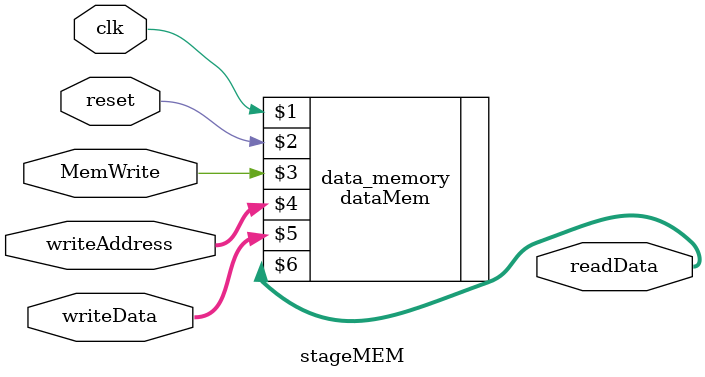
<source format=v>

`include "memory/data-mem.v"

module stageMEM(
	input  wire        clk,
	input  wire        reset,

	//Entradas do "not" - EX/MEM
	input  wire        MemWrite, //Control - MEM
	input  wire [31:0] writeAddress, writeData,

	//Saídas para o "pass!" - MEM/WB
	output wire [31:0] readData
);
	
	// Fios e registradores
	//==============================
	// N/A

	// Atribuições
	//==============================
	// N/A

	// Blocos principais
	//==============================
	dataMem data_memory(clk, reset, MemWrite, writeAddress, writeData, readData);

	// Blocos auxiliares
	//==============================
	// N/A

endmodule

</source>
